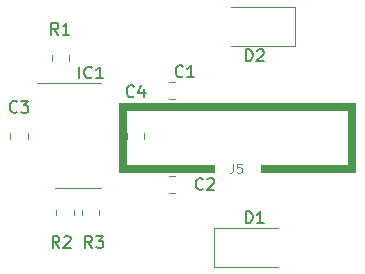
<source format=gbr>
%TF.GenerationSoftware,KiCad,Pcbnew,(6.0.2)*%
%TF.CreationDate,2022-04-19T11:47:42+01:00*%
%TF.ProjectId,1u-mult,31752d6d-756c-4742-9e6b-696361645f70,rev?*%
%TF.SameCoordinates,Original*%
%TF.FileFunction,Legend,Top*%
%TF.FilePolarity,Positive*%
%FSLAX46Y46*%
G04 Gerber Fmt 4.6, Leading zero omitted, Abs format (unit mm)*
G04 Created by KiCad (PCBNEW (6.0.2)) date 2022-04-19 11:47:42*
%MOMM*%
%LPD*%
G01*
G04 APERTURE LIST*
%ADD10C,0.150000*%
%ADD11C,0.100000*%
%ADD12C,0.120000*%
G04 APERTURE END LIST*
D10*
%TO.C,D2*%
X20511904Y-4852380D02*
X20511904Y-3852380D01*
X20750000Y-3852380D01*
X20892857Y-3900000D01*
X20988095Y-3995238D01*
X21035714Y-4090476D01*
X21083333Y-4280952D01*
X21083333Y-4423809D01*
X21035714Y-4614285D01*
X20988095Y-4709523D01*
X20892857Y-4804761D01*
X20750000Y-4852380D01*
X20511904Y-4852380D01*
X21464285Y-3947619D02*
X21511904Y-3900000D01*
X21607142Y-3852380D01*
X21845238Y-3852380D01*
X21940476Y-3900000D01*
X21988095Y-3947619D01*
X22035714Y-4042857D01*
X22035714Y-4138095D01*
X21988095Y-4280952D01*
X21416666Y-4852380D01*
X22035714Y-4852380D01*
%TO.C,D1*%
X20511904Y-18552380D02*
X20511904Y-17552380D01*
X20750000Y-17552380D01*
X20892857Y-17600000D01*
X20988095Y-17695238D01*
X21035714Y-17790476D01*
X21083333Y-17980952D01*
X21083333Y-18123809D01*
X21035714Y-18314285D01*
X20988095Y-18409523D01*
X20892857Y-18504761D01*
X20750000Y-18552380D01*
X20511904Y-18552380D01*
X22035714Y-18552380D02*
X21464285Y-18552380D01*
X21750000Y-18552380D02*
X21750000Y-17552380D01*
X21654761Y-17695238D01*
X21559523Y-17790476D01*
X21464285Y-17838095D01*
%TO.C,IC1*%
X6423809Y-6302380D02*
X6423809Y-5302380D01*
X7471428Y-6207142D02*
X7423809Y-6254761D01*
X7280952Y-6302380D01*
X7185714Y-6302380D01*
X7042857Y-6254761D01*
X6947619Y-6159523D01*
X6900000Y-6064285D01*
X6852380Y-5873809D01*
X6852380Y-5730952D01*
X6900000Y-5540476D01*
X6947619Y-5445238D01*
X7042857Y-5350000D01*
X7185714Y-5302380D01*
X7280952Y-5302380D01*
X7423809Y-5350000D01*
X7471428Y-5397619D01*
X8423809Y-6302380D02*
X7852380Y-6302380D01*
X8138095Y-6302380D02*
X8138095Y-5302380D01*
X8042857Y-5445238D01*
X7947619Y-5540476D01*
X7852380Y-5588095D01*
D11*
%TO.C,J5*%
X19450000Y-13539285D02*
X19450000Y-14075000D01*
X19414285Y-14182142D01*
X19342857Y-14253571D01*
X19235714Y-14289285D01*
X19164285Y-14289285D01*
X20164285Y-13539285D02*
X19807142Y-13539285D01*
X19771428Y-13896428D01*
X19807142Y-13860714D01*
X19878571Y-13825000D01*
X20057142Y-13825000D01*
X20128571Y-13860714D01*
X20164285Y-13896428D01*
X20200000Y-13967857D01*
X20200000Y-14146428D01*
X20164285Y-14217857D01*
X20128571Y-14253571D01*
X20057142Y-14289285D01*
X19878571Y-14289285D01*
X19807142Y-14253571D01*
X19771428Y-14217857D01*
D10*
%TO.C,C2*%
X16883333Y-15657142D02*
X16835714Y-15704761D01*
X16692857Y-15752380D01*
X16597619Y-15752380D01*
X16454761Y-15704761D01*
X16359523Y-15609523D01*
X16311904Y-15514285D01*
X16264285Y-15323809D01*
X16264285Y-15180952D01*
X16311904Y-14990476D01*
X16359523Y-14895238D01*
X16454761Y-14800000D01*
X16597619Y-14752380D01*
X16692857Y-14752380D01*
X16835714Y-14800000D01*
X16883333Y-14847619D01*
X17264285Y-14847619D02*
X17311904Y-14800000D01*
X17407142Y-14752380D01*
X17645238Y-14752380D01*
X17740476Y-14800000D01*
X17788095Y-14847619D01*
X17835714Y-14942857D01*
X17835714Y-15038095D01*
X17788095Y-15180952D01*
X17216666Y-15752380D01*
X17835714Y-15752380D01*
%TO.C,C1*%
X15183333Y-6107142D02*
X15135714Y-6154761D01*
X14992857Y-6202380D01*
X14897619Y-6202380D01*
X14754761Y-6154761D01*
X14659523Y-6059523D01*
X14611904Y-5964285D01*
X14564285Y-5773809D01*
X14564285Y-5630952D01*
X14611904Y-5440476D01*
X14659523Y-5345238D01*
X14754761Y-5250000D01*
X14897619Y-5202380D01*
X14992857Y-5202380D01*
X15135714Y-5250000D01*
X15183333Y-5297619D01*
X16135714Y-6202380D02*
X15564285Y-6202380D01*
X15850000Y-6202380D02*
X15850000Y-5202380D01*
X15754761Y-5345238D01*
X15659523Y-5440476D01*
X15564285Y-5488095D01*
%TO.C,R3*%
X7483333Y-20652380D02*
X7150000Y-20176190D01*
X6911904Y-20652380D02*
X6911904Y-19652380D01*
X7292857Y-19652380D01*
X7388095Y-19700000D01*
X7435714Y-19747619D01*
X7483333Y-19842857D01*
X7483333Y-19985714D01*
X7435714Y-20080952D01*
X7388095Y-20128571D01*
X7292857Y-20176190D01*
X6911904Y-20176190D01*
X7816666Y-19652380D02*
X8435714Y-19652380D01*
X8102380Y-20033333D01*
X8245238Y-20033333D01*
X8340476Y-20080952D01*
X8388095Y-20128571D01*
X8435714Y-20223809D01*
X8435714Y-20461904D01*
X8388095Y-20557142D01*
X8340476Y-20604761D01*
X8245238Y-20652380D01*
X7959523Y-20652380D01*
X7864285Y-20604761D01*
X7816666Y-20557142D01*
%TO.C,R2*%
X4733333Y-20652380D02*
X4400000Y-20176190D01*
X4161904Y-20652380D02*
X4161904Y-19652380D01*
X4542857Y-19652380D01*
X4638095Y-19700000D01*
X4685714Y-19747619D01*
X4733333Y-19842857D01*
X4733333Y-19985714D01*
X4685714Y-20080952D01*
X4638095Y-20128571D01*
X4542857Y-20176190D01*
X4161904Y-20176190D01*
X5114285Y-19747619D02*
X5161904Y-19700000D01*
X5257142Y-19652380D01*
X5495238Y-19652380D01*
X5590476Y-19700000D01*
X5638095Y-19747619D01*
X5685714Y-19842857D01*
X5685714Y-19938095D01*
X5638095Y-20080952D01*
X5066666Y-20652380D01*
X5685714Y-20652380D01*
%TO.C,R1*%
X4633333Y-2602380D02*
X4300000Y-2126190D01*
X4061904Y-2602380D02*
X4061904Y-1602380D01*
X4442857Y-1602380D01*
X4538095Y-1650000D01*
X4585714Y-1697619D01*
X4633333Y-1792857D01*
X4633333Y-1935714D01*
X4585714Y-2030952D01*
X4538095Y-2078571D01*
X4442857Y-2126190D01*
X4061904Y-2126190D01*
X5585714Y-2602380D02*
X5014285Y-2602380D01*
X5300000Y-2602380D02*
X5300000Y-1602380D01*
X5204761Y-1745238D01*
X5109523Y-1840476D01*
X5014285Y-1888095D01*
%TO.C,C4*%
X11033333Y-7807142D02*
X10985714Y-7854761D01*
X10842857Y-7902380D01*
X10747619Y-7902380D01*
X10604761Y-7854761D01*
X10509523Y-7759523D01*
X10461904Y-7664285D01*
X10414285Y-7473809D01*
X10414285Y-7330952D01*
X10461904Y-7140476D01*
X10509523Y-7045238D01*
X10604761Y-6950000D01*
X10747619Y-6902380D01*
X10842857Y-6902380D01*
X10985714Y-6950000D01*
X11033333Y-6997619D01*
X11890476Y-7235714D02*
X11890476Y-7902380D01*
X11652380Y-6854761D02*
X11414285Y-7569047D01*
X12033333Y-7569047D01*
%TO.C,C3*%
X1133333Y-9107142D02*
X1085714Y-9154761D01*
X942857Y-9202380D01*
X847619Y-9202380D01*
X704761Y-9154761D01*
X609523Y-9059523D01*
X561904Y-8964285D01*
X514285Y-8773809D01*
X514285Y-8630952D01*
X561904Y-8440476D01*
X609523Y-8345238D01*
X704761Y-8250000D01*
X847619Y-8202380D01*
X942857Y-8202380D01*
X1085714Y-8250000D01*
X1133333Y-8297619D01*
X1466666Y-8202380D02*
X2085714Y-8202380D01*
X1752380Y-8583333D01*
X1895238Y-8583333D01*
X1990476Y-8630952D01*
X2038095Y-8678571D01*
X2085714Y-8773809D01*
X2085714Y-9011904D01*
X2038095Y-9107142D01*
X1990476Y-9154761D01*
X1895238Y-9202380D01*
X1609523Y-9202380D01*
X1514285Y-9154761D01*
X1466666Y-9107142D01*
D12*
%TO.C,D2*%
X24650000Y-3550000D02*
X24650000Y-250000D01*
X24650000Y-250000D02*
X19250000Y-250000D01*
X24650000Y-3550000D02*
X19250000Y-3550000D01*
%TO.C,D1*%
X17850000Y-18950000D02*
X17850000Y-22250000D01*
X17850000Y-22250000D02*
X23250000Y-22250000D01*
X17850000Y-18950000D02*
X23250000Y-18950000D01*
%TO.C,IC1*%
X6275000Y-15585000D02*
X4325000Y-15585000D01*
X6275000Y-6715000D02*
X2825000Y-6715000D01*
X6275000Y-15585000D02*
X8225000Y-15585000D01*
X6275000Y-6715000D02*
X8225000Y-6715000D01*
%TO.C,J5*%
X29800000Y-8350000D02*
X9800000Y-8350000D01*
X9800000Y-8350000D02*
X9800000Y-14250000D01*
X9800000Y-14250000D02*
X17800000Y-14250000D01*
X17800000Y-14250000D02*
X17800000Y-13650000D01*
X17800000Y-13650000D02*
X10400000Y-13650000D01*
X10400000Y-13650000D02*
X10400000Y-8950000D01*
X10400000Y-8950000D02*
X29200000Y-8950000D01*
X29200000Y-8950000D02*
X29200000Y-13650000D01*
X29200000Y-13650000D02*
X21800000Y-13650000D01*
X21800000Y-13650000D02*
X21800000Y-14250000D01*
X21800000Y-14250000D02*
X29800000Y-14250000D01*
X29800000Y-14250000D02*
X29800000Y-8350000D01*
G36*
X29800000Y-14250000D02*
G01*
X21800000Y-14250000D01*
X21800000Y-13650000D01*
X29200000Y-13650000D01*
X29200000Y-8950000D01*
X10400000Y-8950000D01*
X10400000Y-13650000D01*
X17800000Y-13650000D01*
X17800000Y-14250000D01*
X9800000Y-14250000D01*
X9800000Y-8350000D01*
X29800000Y-8350000D01*
X29800000Y-14250000D01*
G37*
X29800000Y-14250000D02*
X21800000Y-14250000D01*
X21800000Y-13650000D01*
X29200000Y-13650000D01*
X29200000Y-8950000D01*
X10400000Y-8950000D01*
X10400000Y-13650000D01*
X17800000Y-13650000D01*
X17800000Y-14250000D01*
X9800000Y-14250000D01*
X9800000Y-8350000D01*
X29800000Y-8350000D01*
X29800000Y-14250000D01*
%TO.C,C2*%
X14561252Y-16035000D02*
X14038748Y-16035000D01*
X14561252Y-14565000D02*
X14038748Y-14565000D01*
%TO.C,C1*%
X14511252Y-8085000D02*
X13988748Y-8085000D01*
X14511252Y-6615000D02*
X13988748Y-6615000D01*
%TO.C,R3*%
X6615000Y-17422936D02*
X6615000Y-17877064D01*
X8085000Y-17422936D02*
X8085000Y-17877064D01*
%TO.C,R2*%
X4465000Y-17422936D02*
X4465000Y-17877064D01*
X5935000Y-17422936D02*
X5935000Y-17877064D01*
%TO.C,R1*%
X5535000Y-4814564D02*
X5535000Y-4360436D01*
X4065000Y-4814564D02*
X4065000Y-4360436D01*
%TO.C,C4*%
X11935000Y-10938748D02*
X11935000Y-11461252D01*
X10465000Y-10938748D02*
X10465000Y-11461252D01*
%TO.C,C3*%
X565000Y-11461252D02*
X565000Y-10938748D01*
X2035000Y-11461252D02*
X2035000Y-10938748D01*
%TD*%
M02*

</source>
